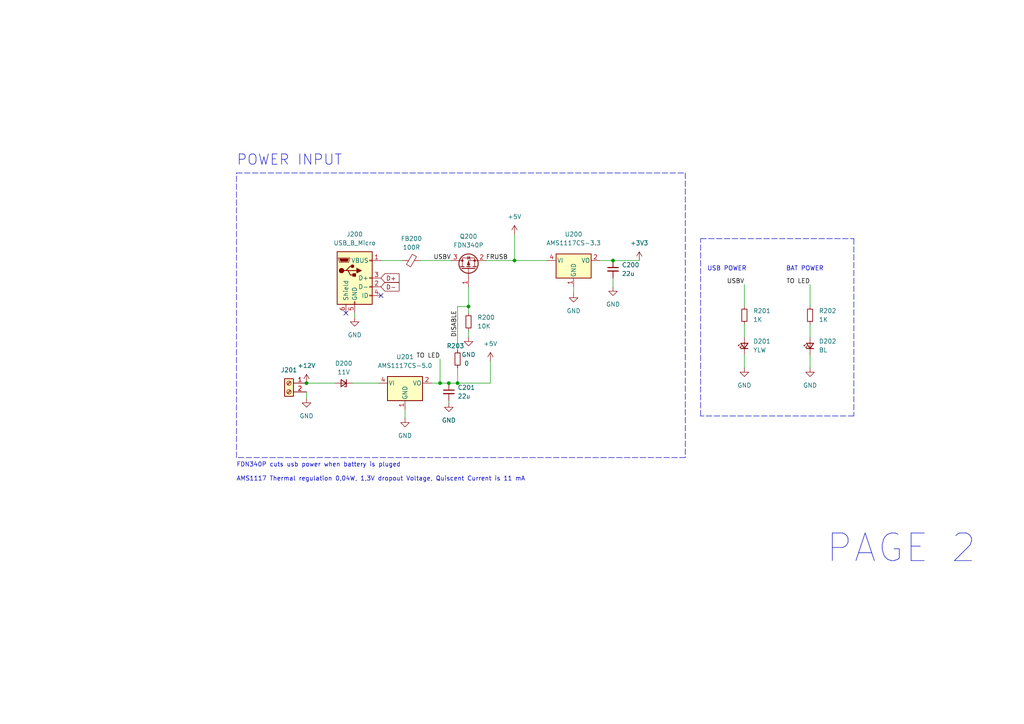
<source format=kicad_sch>
(kicad_sch (version 20211123) (generator eeschema)
  (paper "A4")
  (title_block (title "Gimble Board") (date "2022-07-04") (rev "0.2") (company "Emin Yaren"))
  (lib_symbols
    (symbol "Connector:Screw_Terminal_01x02" (pin_names (offset 1.016) hide)
      (property "Reference" "J" (at 0 2.54 0))
      (property "Value" "Screw_Terminal_01x02" (at 0 -5.08 0))
      (symbol "Screw_Terminal_01x02_1_1"
        (rectangle (start -1.27 1.27) (end 1.27 -3.81) (stroke (width 0.254)) (fill (type background)))
        (circle (center 0 -2.54) (radius 0.635) (stroke (width 0.1524)))
        (polyline (pts (xy -0.5334 -2.2098) (xy 0.3302 -3.048)) (stroke (width 0.1524)))
        (polyline (pts (xy -0.5334 0.3302) (xy 0.3302 -0.508)) (stroke (width 0.1524)))
        (polyline (pts (xy -0.3556 -2.032) (xy 0.508 -2.8702)) (stroke (width 0.1524)))
        (polyline (pts (xy -0.3556 0.508) (xy 0.508 -0.3302)) (stroke (width 0.1524)))
        (circle (center 0 0) (radius 0.635) (stroke (width 0.1524)))
        (pin passive line (at -5.08 0 0) (length 3.81) (name "Pin_1") (number "1"))
        (pin passive line (at -5.08 -2.54 0) (length 3.81) (name "Pin_2") (number "2"))
      )
    )
    (symbol "Connector:USB_B_Micro" (pin_names (offset 1.016))
      (property "Reference" "J" (at -5.08 11.43 0))
      (property "Value" "USB_B_Micro" (at -5.08 8.89 0))
      (symbol "USB_B_Micro_0_1"
        (rectangle (start -5.08 -7.62) (end 5.08 7.62) (stroke (width 0.254)) (fill (type background)))
        (circle (center -3.81 2.159) (radius 0.635) (stroke (width 0.254)) (fill (type outline)))
        (circle (center -0.635 3.429) (radius 0.381) (stroke (width 0.254)) (fill (type outline)))
        (rectangle (start -0.127 -7.62) (end 0.127 -6.858))
        (polyline (pts (xy -1.905 2.159) (xy 0.635 2.159)) (stroke (width 0.254)))
        (polyline (pts (xy -3.175 2.159) (xy -2.54 2.159) (xy -1.27 3.429) (xy -0.635 3.429)) (stroke (width 0.254)))
        (polyline (pts (xy -2.54 2.159) (xy -1.905 2.159) (xy -1.27 0.889) (xy 0 0.889)) (stroke (width 0.254)))
        (polyline (pts (xy 0.635 2.794) (xy 0.635 1.524) (xy 1.905 2.159) (xy 0.635 2.794)) (stroke (width 0.254)) (fill (type outline)))
        (polyline (pts (xy -4.318 5.588) (xy -1.778 5.588) (xy -2.032 4.826) (xy -4.064 4.826) (xy -4.318 5.588)) (fill (type outline)))
        (polyline (pts (xy -4.699 5.842) (xy -4.699 5.588) (xy -4.445 4.826) (xy -4.445 4.572) (xy -1.651 4.572) (xy -1.651 4.826) (xy -1.397 5.588) (xy -1.397 5.842) (xy -4.699 5.842)))
        (rectangle (start 0.254 1.27) (end -0.508 0.508) (stroke (width 0.254)) (fill (type outline)))
        (rectangle (start 5.08 -5.207) (end 4.318 -4.953))
        (rectangle (start 5.08 -2.667) (end 4.318 -2.413))
        (rectangle (start 5.08 -0.127) (end 4.318 0.127))
        (rectangle (start 5.08 4.953) (end 4.318 5.207))
      )
      (symbol "USB_B_Micro_1_1"
        (pin power_out line (at 7.62 5.08 180) (length 2.54) (name "VBUS") (number "1"))
        (pin bidirectional line (at 7.62 -2.54 180) (length 2.54) (name "D-") (number "2"))
        (pin bidirectional line (at 7.62 0 180) (length 2.54) (name "D+") (number "3"))
        (pin passive line (at 7.62 -5.08 180) (length 2.54) (name "ID") (number "4"))
        (pin power_out line (at 0 -10.16 90) (length 2.54) (name "GND") (number "5"))
        (pin passive line (at -2.54 -10.16 90) (length 2.54) (name "Shield") (number "6"))
      )
    )
    (symbol "Device:C_Small" (pin_numbers hide) (pin_names (offset 0.254) hide)
      (property "Reference" "C" (at 0.254 1.778 0))
      (property "Value" "C_Small" (at 0.254 -2.032 0))
      (symbol "C_Small_0_1"
        (polyline (pts (xy -1.524 -0.508) (xy 1.524 -0.508)) (stroke (width 0.3302)))
        (polyline (pts (xy -1.524 0.508) (xy 1.524 0.508)) (stroke (width 0.3048)))
      )
      (symbol "C_Small_1_1"
        (pin passive line (at 0 2.54 270) (length 2.032) (name "~") (number "1"))
        (pin passive line (at 0 -2.54 90) (length 2.032) (name "~") (number "2"))
      )
    )
    (symbol "Device:D_Zener_Small" (pin_numbers hide) (pin_names (offset 0.254) hide)
      (property "Reference" "D" (at 0 2.286 0))
      (property "Value" "D_Zener_Small" (at 0 -2.286 0))
      (symbol "D_Zener_Small_0_1"
        (polyline (pts (xy 0.762 0) (xy -0.762 0)))
        (polyline (pts (xy -0.254 1.016) (xy -0.762 1.016) (xy -0.762 -1.016)) (stroke (width 0.254)))
        (polyline (pts (xy 0.762 1.016) (xy -0.762 0) (xy 0.762 -1.016) (xy 0.762 1.016)) (stroke (width 0.254)))
      )
      (symbol "D_Zener_Small_1_1"
        (pin passive line (at -2.54 0 0) (length 1.778) (name "K") (number "1"))
        (pin passive line (at 2.54 0 180) (length 1.778) (name "A") (number "2"))
      )
    )
    (symbol "Device:FerriteBead_Small" (pin_numbers hide) (pin_names (offset 0))
      (property "Reference" "FB" (at 1.905 1.27 0))
      (property "Value" "FerriteBead_Small" (at 1.905 -1.27 0))
      (symbol "FerriteBead_Small_0_1"
        (polyline (pts (xy 0 -1.27) (xy 0 -0.7874)))
        (polyline (pts (xy 0 0.889) (xy 0 1.2954)))
        (polyline (pts (xy -1.8288 0.2794) (xy -1.1176 1.4986) (xy 1.8288 -0.2032) (xy 1.1176 -1.4224) (xy -1.8288 0.2794)))
      )
      (symbol "FerriteBead_Small_1_1"
        (pin passive line (at 0 2.54 270) (length 1.27) (name "~") (number "1"))
        (pin passive line (at 0 -2.54 90) (length 1.27) (name "~") (number "2"))
      )
    )
    (symbol "Device:LED_Small" (pin_numbers hide) (pin_names (offset 0.254) hide)
      (property "Reference" "D" (at -1.27 3.175 0))
      (property "Value" "LED_Small" (at -4.445 -2.54 0))
      (symbol "LED_Small_0_1"
        (polyline (pts (xy -0.762 -1.016) (xy -0.762 1.016)) (stroke (width 0.254)))
        (polyline (pts (xy 1.016 0) (xy -0.762 0)))
        (polyline (pts (xy 0.762 -1.016) (xy -0.762 0) (xy 0.762 1.016) (xy 0.762 -1.016)) (stroke (width 0.254)))
        (polyline (pts (xy 0 0.762) (xy -0.508 1.27) (xy -0.254 1.27) (xy -0.508 1.27) (xy -0.508 1.016)))
        (polyline (pts (xy 0.508 1.27) (xy 0 1.778) (xy 0.254 1.778) (xy 0 1.778) (xy 0 1.524)))
      )
      (symbol "LED_Small_1_1"
        (pin passive line (at -2.54 0 0) (length 1.778) (name "K") (number "1"))
        (pin passive line (at 2.54 0 180) (length 1.778) (name "A") (number "2"))
      )
    )
    (symbol "Device:R_Small" (pin_numbers hide) (pin_names (offset 0.254) hide)
      (property "Reference" "R" (at 0.762 0.508 0))
      (property "Value" "R_Small" (at 0.762 -1.016 0))
      (symbol "R_Small_0_1"
        (rectangle (start -0.762 1.778) (end 0.762 -1.778) (stroke (width 0.2032)))
      )
      (symbol "R_Small_1_1"
        (pin passive line (at 0 2.54 270) (length 0.762) (name "~") (number "1"))
        (pin passive line (at 0 -2.54 90) (length 0.762) (name "~") (number "2"))
      )
    )
    (symbol "Regulator_Linear:AMS1117CS-3.3" (pin_names (offset 0.254))
      (property "Reference" "U" (at -3.81 3.175 0))
      (property "Value" "AMS1117CS-3.3" (at 0 3.175 0))
      (symbol "AMS1117CS-3.3_0_1"
        (rectangle (start -5.08 -5.08) (end 5.08 1.905) (stroke (width 0.254)) (fill (type background)))
      )
      (symbol "AMS1117CS-3.3_1_1"
        (pin power_in line (at 0 -7.62 90) (length 2.54) (name "GND") (number "1"))
        (pin power_out line (at 7.62 0 180) (length 2.54) (name "VO") (number "2"))
        (pin passive line (at 7.62 0 180) (length 2.54) hide (name "VO") (number "3"))
        (pin power_in line (at -7.62 0 0) (length 2.54) (name "VI") (number "4"))
        (pin no_connect line (at -2.54 -2.54 180) (length 2.54) hide (name "NC") (number "5"))
        (pin passive line (at 7.62 0 180) (length 2.54) hide (name "VO") (number "6"))
        (pin passive line (at 7.62 0 180) (length 2.54) hide (name "VO") (number "7"))
        (pin no_connect line (at 2.54 -2.54 0) (length 2.54) hide (name "NC") (number "8"))
      )
    )
    (symbol "Regulator_Linear:AMS1117CS-5.0" (pin_names (offset 0.254))
      (property "Reference" "U" (at -3.81 3.175 0))
      (property "Value" "AMS1117CS-5.0" (at 0 3.175 0))
      (symbol "AMS1117CS-5.0_0_1"
        (rectangle (start -5.08 -5.08) (end 5.08 1.905) (stroke (width 0.254)) (fill (type background)))
      )
      (symbol "AMS1117CS-5.0_1_1"
        (pin power_in line (at 0 -7.62 90) (length 2.54) (name "GND") (number "1"))
        (pin power_out line (at 7.62 0 180) (length 2.54) (name "VO") (number "2"))
        (pin passive line (at 7.62 0 180) (length 2.54) hide (name "VO") (number "3"))
        (pin power_in line (at -7.62 0 0) (length 2.54) (name "VI") (number "4"))
        (pin no_connect line (at -2.54 -2.54 180) (length 2.54) hide (name "NC") (number "5"))
        (pin passive line (at 7.62 0 180) (length 2.54) hide (name "VO") (number "6"))
        (pin passive line (at 7.62 0 180) (length 2.54) hide (name "VO") (number "7"))
        (pin no_connect line (at 2.54 -2.54 0) (length 2.54) hide (name "NC") (number "8"))
      )
    )
    (symbol "Transistor_FET:FDN340P" (pin_names hide)
      (property "Reference" "Q" (at 5.08 1.905 0))
      (property "Value" "FDN340P" (at 5.08 0 0))
      (symbol "FDN340P_0_1"
        (polyline (pts (xy 0.254 0) (xy -2.54 0)))
        (polyline (pts (xy 0.254 1.905) (xy 0.254 -1.905)) (stroke (width 0.254)))
        (polyline (pts (xy 0.762 -1.27) (xy 0.762 -2.286)) (stroke (width 0.254)))
        (polyline (pts (xy 0.762 0.508) (xy 0.762 -0.508)) (stroke (width 0.254)))
        (polyline (pts (xy 0.762 2.286) (xy 0.762 1.27)) (stroke (width 0.254)))
        (polyline (pts (xy 2.54 2.54) (xy 2.54 1.778)))
        (polyline (pts (xy 2.54 -2.54) (xy 2.54 0) (xy 0.762 0)))
        (polyline (pts (xy 0.762 1.778) (xy 3.302 1.778) (xy 3.302 -1.778) (xy 0.762 -1.778)))
        (polyline (pts (xy 2.286 0) (xy 1.27 0.381) (xy 1.27 -0.381) (xy 2.286 0)) (fill (type outline)))
        (polyline (pts (xy 2.794 -0.508) (xy 2.921 -0.381) (xy 3.683 -0.381) (xy 3.81 -0.254)))
        (polyline (pts (xy 3.302 -0.381) (xy 2.921 0.254) (xy 3.683 0.254) (xy 3.302 -0.381)))
        (circle (center 1.651 0) (radius 2.794) (stroke (width 0.254)))
        (circle (center 2.54 -1.778) (radius 0.254) (fill (type outline)))
        (circle (center 2.54 1.778) (radius 0.254) (fill (type outline)))
      )
      (symbol "FDN340P_1_1"
        (pin input line (at -5.08 0 0) (length 2.54) (name "G") (number "1"))
        (pin passive line (at 2.54 -5.08 90) (length 2.54) (name "S") (number "2"))
        (pin passive line (at 2.54 5.08 270) (length 2.54) (name "D") (number "3"))
      )
    )
    (symbol "power:+12V" (power) (pin_names (offset 0))
      (property "Value" "+12V" (at 0 3.556 0))
      (symbol "+12V_0_1"
        (polyline (pts (xy -0.762 1.27) (xy 0 2.54)))
        (polyline (pts (xy 0 0) (xy 0 2.54)))
        (polyline (pts (xy 0 2.54) (xy 0.762 1.27)))
      )
      (symbol "+12V_1_1"
        (pin power_in line (at 0 0 90) (length 0) hide (name "+12V") (number "1"))
      )
    )
    (symbol "power:+3V3" (power) (pin_names (offset 0))
      (property "Value" "+3V3" (at 0 3.556 0))
      (symbol "+3V3_0_1"
        (polyline (pts (xy -0.762 1.27) (xy 0 2.54)))
        (polyline (pts (xy 0 0) (xy 0 2.54)))
        (polyline (pts (xy 0 2.54) (xy 0.762 1.27)))
      )
      (symbol "+3V3_1_1"
        (pin power_in line (at 0 0 90) (length 0) hide (name "+3V3") (number "1"))
      )
    )
    (symbol "power:+5V" (power) (pin_names (offset 0))
      (property "Value" "+5V" (at 0 3.556 0))
      (symbol "+5V_0_1"
        (polyline (pts (xy -0.762 1.27) (xy 0 2.54)))
        (polyline (pts (xy 0 0) (xy 0 2.54)))
        (polyline (pts (xy 0 2.54) (xy 0.762 1.27)))
      )
      (symbol "+5V_1_1"
        (pin power_in line (at 0 0 90) (length 0) hide (name "+5V") (number "1"))
      )
    )
    (symbol "power:GND" (power) (pin_names (offset 0))
      (property "Value" "GND" (at 0 -3.81 0))
      (symbol "GND_0_1"
        (polyline (pts (xy 0 0) (xy 0 -1.27) (xy 1.27 -1.27) (xy 0 -2.54) (xy -1.27 -1.27) (xy 0 -1.27)))
      )
      (symbol "GND_1_1"
        (pin power_in line (at 0 0 270) (length 0) hide (name "GND") (number "1"))
      )
    )
  )
  (junction (at 130.175 111.125))
  (junction (at 88.9 111.125))
  (junction (at 149.225 75.565))
  (junction (at 132.715 111.125))
  (junction (at 127.635 111.125))
  (junction (at 177.8 75.565))
  (junction (at 135.89 88.9))
  (no_connect (at 110.49 85.725))
  (no_connect (at 100.33 90.805))
  (wire (pts (xy 110.49 75.565) (xy 116.84 75.565)))
  (wire (pts (xy 132.715 88.9) (xy 135.89 88.9)))
  (wire (pts (xy 177.8 75.565) (xy 185.42 75.565)))
  (wire (pts (xy 177.8 80.645) (xy 177.8 83.185)))
  (wire (pts (xy 149.225 75.565) (xy 158.75 75.565)))
  (wire (pts (xy 88.9 113.665) (xy 88.9 115.57)))
  (wire (pts (xy 132.715 101.6) (xy 132.715 88.9)))
  (wire (pts (xy 135.89 83.185) (xy 135.89 88.9)))
  (wire (pts (xy 130.175 116.205) (xy 130.175 116.84)))
  (wire (pts (xy 127.635 111.125) (xy 130.175 111.125)))
  (wire (pts (xy 149.225 67.945) (xy 149.225 75.565)))
  (wire (pts (xy 88.9 111.125) (xy 97.155 111.125)))
  (wire (pts (xy 234.95 82.55) (xy 234.95 88.9)))
  (polyline (pts (xy 247.65 69.215) (xy 247.65 120.65)))
  (wire (pts (xy 135.89 88.9) (xy 135.89 90.805)))
  (wire (pts (xy 132.715 111.125) (xy 142.24 111.125)))
  (polyline (pts (xy 247.65 120.65) (xy 203.2 120.65)))
  (wire (pts (xy 142.24 104.775) (xy 142.24 111.125)))
  (wire (pts (xy 125.095 111.125) (xy 127.635 111.125)))
  (wire (pts (xy 140.97 75.565) (xy 149.225 75.565)))
  (wire (pts (xy 215.9 93.98) (xy 215.9 97.79)))
  (polyline (pts (xy 198.755 132.715) (xy 68.58 132.715)))
  (polyline (pts (xy 68.58 50.165) (xy 198.755 50.165)))
  (wire (pts (xy 121.92 75.565) (xy 130.81 75.565)))
  (wire (pts (xy 215.9 102.87) (xy 215.9 106.68)))
  (polyline (pts (xy 198.755 50.165) (xy 198.755 132.715)))
  (wire (pts (xy 234.95 102.87) (xy 234.95 106.68)))
  (wire (pts (xy 102.87 90.805) (xy 102.87 92.075)))
  (wire (pts (xy 173.99 75.565) (xy 177.8 75.565)))
  (wire (pts (xy 102.235 111.125) (xy 109.855 111.125)))
  (wire (pts (xy 215.9 82.55) (xy 215.9 88.9)))
  (wire (pts (xy 135.89 95.885) (xy 135.89 97.79)))
  (wire (pts (xy 127.635 104.14) (xy 127.635 111.125)))
  (wire (pts (xy 234.95 93.98) (xy 234.95 97.79)))
  (polyline (pts (xy 68.58 132.715) (xy 68.58 50.165)))
  (wire (pts (xy 166.37 83.185) (xy 166.37 85.09)))
  (polyline (pts (xy 203.2 69.215) (xy 247.65 69.215)))
  (wire (pts (xy 132.715 111.125) (xy 132.715 106.68)))
  (polyline (pts (xy 203.2 120.65) (xy 203.2 69.215)))
  (wire (pts (xy 130.175 111.125) (xy 132.715 111.125)))
  (wire (pts (xy 117.475 118.745) (xy 117.475 121.285)))
  (text "BAT POWER" (at 227.965 78.74 0) (effects (font (size 1.27 1.27)) (justify left bottom)))
  (text "PAGE 2" (at 239.395 163.83 0) (effects (font (size 8 8)) (justify left bottom)))
  (text "FDN340P cuts usb power when battery is pluged\n\nAMS1117 Thermal regulation 0,04W, 1,3V dropout Voltage, Quiscent Current is 11 mA" (at 68.58 139.7 0) (effects (font (size 1.27 1.27)) (justify left bottom)))
  (text "USB POWER" (at 205.105 78.74 0) (effects (font (size 1.27 1.27)) (justify left bottom)))
  (text "POWER INPUT" (at 68.58 48.26 0) (effects (font (size 3 3)) (justify left bottom)))
  (label "USBV" (at 130.81 75.565 180))
  (label "TO LED" (at 127.635 104.14 180))
  (label "TO LED" (at 234.95 82.55 180))
  (label "DISABLE" (at 132.715 97.79 90))
  (label "USBV" (at 215.9 82.55 180))
  (label "FRUSB" (at 147.32 75.565 180))
  (global_label "D+" (shape input) (at 110.49 80.645 0) (property "Intersheet References" "${INTERSHEET_REFS}" (effects hide)))
  (global_label "D-" (shape input) (at 110.49 83.185 0) (property "Intersheet References" "${INTERSHEET_REFS}" (effects hide)))
  (symbol (lib_id "Device:R_Small") (at 135.89 93.345 0) (unit 1)
    (property "Reference" "R200" (at 138.43 92.0749 0) (effects (justify left)))
    (property "Value" "10K" (at 138.43 94.6149 0) (effects (justify left)))
    (property "Footprint" "Resistor_SMD:R_0402_1005Metric" (effects hide))
  )
  (symbol (lib_id "Connector:USB_B_Micro") (at 102.87 80.645 0) (unit 1)
    (property "Reference" "J200" (at 102.87 67.945 0))
    (property "Value" "USB_B_Micro" (at 102.87 70.485 0))
    (property "Footprint" "Connector_USB:USB_Micro-B_Molex_47346-0001" (effects hide))
  )
  (symbol (lib_id "Regulator_Linear:AMS1117CS-3.3") (at 166.37 75.565 0) (unit 1)
    (property "Reference" "U200" (at 166.37 67.945 0))
    (property "Value" "AMS1117CS-3.3" (at 166.37 70.485 0))
    (property "Footprint" "Package_SO:SOIC-8_3.9x4.9mm_P1.27mm" (effects hide))
    (property "Datasheet" "http://www.advanced-monolithic.com/pdf/ds1117.pdf" (effects hide))
  )
  (symbol (lib_id "Device:R_Small") (at 215.9 91.44 0) (unit 1)
    (property "Reference" "R201" (at 218.44 90.1699 0) (effects (justify left)))
    (property "Value" "1K" (at 218.44 92.7099 0) (effects (justify left)))
    (property "Footprint" "Resistor_SMD:R_0402_1005Metric" (effects hide))
  )
  (symbol (lib_id "Device:R_Small") (at 234.95 91.44 0) (unit 1)
    (property "Reference" "R202" (at 237.49 90.1699 0) (effects (justify left)))
    (property "Value" "1K" (at 237.49 92.7099 0) (effects (justify left)))
    (property "Footprint" "Resistor_SMD:R_0402_1005Metric" (effects hide))
  )
  (symbol (lib_id "Regulator_Linear:AMS1117CS-5.0") (at 117.475 111.125 0) (unit 1)
    (property "Reference" "U201" (at 117.475 103.505 0))
    (property "Value" "AMS1117CS-5.0" (at 117.475 106.045 0))
    (property "Footprint" "Package_SO:SOIC-8_3.9x4.9mm_P1.27mm" (effects hide))
    (property "Datasheet" "http://www.advanced-monolithic.com/pdf/ds1117.pdf" (effects hide))
  )
  (symbol (lib_id "Device:C_Small") (at 177.8 78.105 0) (unit 1)
    (property "Reference" "C200" (at 180.34 76.8412 0) (effects (justify left)))
    (property "Value" "22u" (at 180.34 79.3812 0) (effects (justify left)))
    (property "Footprint" "Capacitor_Tantalum_SMD:CP_EIA-1608-08_AVX-J" (effects hide))
  )
  (symbol (lib_id "power:GND") (at 130.175 116.84 0) (unit 1)
    (property "Reference" "#PWR0105" (effects hide))
    (property "Value" "GND" (at 130.175 121.92 0))
  )
  (symbol (lib_id "power:+5V") (at 149.225 67.945 0) (unit 1)
    (property "Reference" "#PWR0108" (effects hide))
    (property "Value" "+5V" (at 149.225 62.865 0))
  )
  (symbol (lib_id "Device:LED_Small") (at 234.95 100.33 90) (unit 1)
    (property "Reference" "D202" (at 237.49 98.9964 90) (effects (justify right)))
    (property "Value" "BL" (at 237.49 101.5364 90) (effects (justify right)))
    (property "Footprint" "LED_SMD:LED_0402_1005Metric" (effects hide))
  )
  (symbol (lib_id "power:GND") (at 166.37 85.09 0) (unit 1)
    (property "Reference" "#PWR0110" (effects hide))
    (property "Value" "GND" (at 166.37 90.17 0))
  )
  (symbol (lib_id "Device:FerriteBead_Small") (at 119.38 75.565 90) (unit 1)
    (property "Reference" "FB200" (at 119.3419 69.215 90))
    (property "Value" "100R" (at 119.3419 71.755 90))
    (property "Footprint" "Diode_SMD:D_0603_1608Metric" (effects hide))
  )
  (symbol (lib_id "power:+5V") (at 142.24 104.775 0) (unit 1)
    (property "Reference" "#PWR0106" (effects hide))
    (property "Value" "+5V" (at 142.24 99.695 0))
  )
  (symbol (lib_id "power:GND") (at 215.9 106.68 0) (unit 1)
    (property "Reference" "#PWR0112" (effects hide))
    (property "Value" "GND" (at 215.9 111.76 0))
  )
  (symbol (lib_id "power:GND") (at 88.9 115.57 0) (unit 1)
    (property "Reference" "#PWR0104" (effects hide))
    (property "Value" "GND" (at 88.9 120.65 0))
  )
  (symbol (lib_id "power:GND") (at 234.95 106.68 0) (unit 1)
    (property "Reference" "#PWR0113" (effects hide))
    (property "Value" "GND" (at 234.95 111.76 0))
  )
  (symbol (lib_id "Device:D_Zener_Small") (at 99.695 111.125 180) (unit 1)
    (property "Reference" "D200" (at 99.695 105.41 0))
    (property "Value" "11V" (at 99.695 107.95 0))
    (property "Footprint" "Diode_SMD:D_0603_1608Metric" (effects hide))
  )
  (symbol (lib_id "power:+3V3") (at 185.42 75.565 0) (unit 1)
    (property "Reference" "#PWR0109" (effects hide))
    (property "Value" "+3V3" (at 185.42 70.485 0))
  )
  (symbol (lib_id "power:+12V") (at 88.9 111.125 0) (unit 1)
    (property "Reference" "#PWR0102" (effects hide))
    (property "Value" "+12V" (at 88.9 106.045 0))
  )
  (symbol (lib_id "power:GND") (at 177.8 83.185 0) (unit 1)
    (property "Reference" "#PWR0111" (effects hide))
    (property "Value" "GND" (at 177.8 88.265 0))
  )
  (symbol (lib_id "Connector:Screw_Terminal_01x02") (at 83.82 111.125 0) (mirror y) (unit 1)
    (property "Reference" "J201" (at 83.82 107.315 0))
    (property "Value" "Screw_Terminal_01x02" (effects hide))
    (property "Footprint" "Connector_Molex:Molex_KK-254_AE-6410-02A_1x02_P2.54mm_Vertical" (effects hide))
  )
  (symbol (lib_id "power:GND") (at 117.475 121.285 0) (unit 1)
    (property "Reference" "#PWR0103" (effects hide))
    (property "Value" "GND" (at 117.475 126.365 0))
  )
  (symbol (lib_id "power:GND") (at 102.87 92.075 0) (unit 1)
    (property "Reference" "#PWR0101" (effects hide))
    (property "Value" "GND" (at 102.87 97.155 0))
  )
  (symbol (lib_id "power:GND") (at 135.89 97.79 0) (unit 1)
    (property "Reference" "#PWR0107" (effects hide))
    (property "Value" "GND" (at 135.89 102.87 0))
  )
  (symbol (lib_id "Device:C_Small") (at 130.175 113.665 0) (unit 1)
    (property "Reference" "C201" (at 132.715 112.4012 0) (effects (justify left)))
    (property "Value" "22u" (at 132.715 114.9412 0) (effects (justify left)))
    (property "Footprint" "Capacitor_Tantalum_SMD:CP_EIA-1608-08_AVX-J" (effects hide))
  )
  (symbol (lib_id "Device:LED_Small") (at 215.9 100.33 90) (unit 1)
    (property "Reference" "D201" (at 218.44 98.9964 90) (effects (justify right)))
    (property "Value" "YLW" (at 218.44 101.5364 90) (effects (justify right)))
    (property "Footprint" "LED_SMD:LED_0402_1005Metric" (effects hide))
  )
  (symbol (lib_id "Device:R_Small") (at 132.715 104.14 0) (unit 1)
    (property "Reference" "R203" (at 129.54 100.33 0) (effects (justify left)))
    (property "Value" "0" (at 134.62 105.4099 0) (effects (justify left)))
    (property "Footprint" "Resistor_SMD:R_0402_1005Metric" (effects hide))
  )
  (symbol (lib_id "Transistor_FET:FDN340P") (at 135.89 78.105 90) (unit 1)
    (property "Reference" "Q200" (at 135.89 68.58 90))
    (property "Value" "FDN340P" (at 135.89 71.12 90))
    (property "Footprint" "Package_TO_SOT_SMD:SOT-23" (effects hide))
    (property "Datasheet" "https://www.onsemi.com/pub/Collateral/FDN340P-D.PDF" (effects hide))
  )
)
</source>
